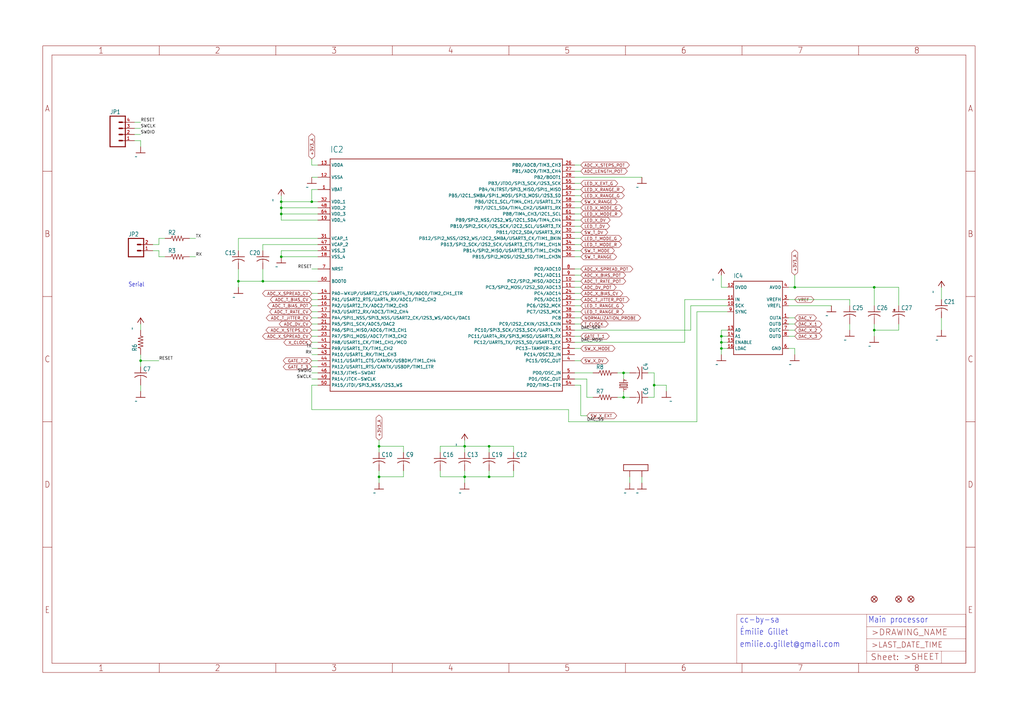
<source format=kicad_sch>
(kicad_sch (version 20211123) (generator eeschema)
  (paper "User" 425.45 299.161)
  (lib_symbols
    (symbol "marbles-eagle-import:+3V3" (power)
      (property "Value" "+3V3" (at -2.54 -5.08 90))
      (symbol "+3V3_1_0"
        (polyline (pts (xy 0 0) (xy -1.27 -1.905)) (stroke (width 0.254)))
        (polyline (pts (xy 1.27 -1.905) (xy 0 0)) (stroke (width 0.254)))
        (pin power_in line (at 0 -2.54 90) (length 2.54) (name "+3V3") (number "1"))
      )
    )
    (symbol "marbles-eagle-import:A3L-LOC"
      (symbol "A3L-LOC_1_0"
        (polyline (pts (xy 0 52.07) (xy 3.81 52.07)))
        (polyline (pts (xy 0 104.14) (xy 3.81 104.14)))
        (polyline (pts (xy 0 156.21) (xy 3.81 156.21)))
        (polyline (pts (xy 0 208.28) (xy 3.81 208.28)))
        (polyline (pts (xy 3.81 3.81) (xy 3.81 256.54)))
        (polyline (pts (xy 48.4188 0) (xy 48.4188 3.81)))
        (polyline (pts (xy 48.4188 256.54) (xy 48.4188 260.35)))
        (polyline (pts (xy 96.8375 0) (xy 96.8375 3.81)))
        (polyline (pts (xy 96.8375 256.54) (xy 96.8375 260.35)))
        (polyline (pts (xy 145.2563 0) (xy 145.2563 3.81)))
        (polyline (pts (xy 145.2563 256.54) (xy 145.2563 260.35)))
        (polyline (pts (xy 193.675 0) (xy 193.675 3.81)))
        (polyline (pts (xy 193.675 256.54) (xy 193.675 260.35)))
        (polyline (pts (xy 242.0938 0) (xy 242.0938 3.81)))
        (polyline (pts (xy 242.0938 256.54) (xy 242.0938 260.35)))
        (polyline (pts (xy 288.29 3.81) (xy 288.29 24.13)) (stroke (width 0.1016)))
        (polyline (pts (xy 288.29 3.81) (xy 342.265 3.81)) (stroke (width 0.1016)))
        (polyline (pts (xy 288.29 24.13) (xy 342.265 24.13)) (stroke (width 0.1016)))
        (polyline (pts (xy 290.5125 0) (xy 290.5125 3.81)))
        (polyline (pts (xy 290.5125 256.54) (xy 290.5125 260.35)))
        (polyline (pts (xy 338.9313 0) (xy 338.9313 3.81)))
        (polyline (pts (xy 338.9313 256.54) (xy 338.9313 260.35)))
        (polyline (pts (xy 342.265 3.81) (xy 373.38 3.81)) (stroke (width 0.1016)))
        (polyline (pts (xy 342.265 8.89) (xy 342.265 3.81)) (stroke (width 0.1016)))
        (polyline (pts (xy 342.265 8.89) (xy 342.265 13.97)) (stroke (width 0.1016)))
        (polyline (pts (xy 342.265 13.97) (xy 342.265 19.05)) (stroke (width 0.1016)))
        (polyline (pts (xy 342.265 13.97) (xy 383.54 13.97)) (stroke (width 0.1016)))
        (polyline (pts (xy 342.265 19.05) (xy 342.265 24.13)) (stroke (width 0.1016)))
        (polyline (pts (xy 342.265 19.05) (xy 383.54 19.05)) (stroke (width 0.1016)))
        (polyline (pts (xy 342.265 24.13) (xy 383.54 24.13)) (stroke (width 0.1016)))
        (polyline (pts (xy 373.38 3.81) (xy 373.38 8.89)) (stroke (width 0.1016)))
        (polyline (pts (xy 373.38 3.81) (xy 383.54 3.81)) (stroke (width 0.1016)))
        (polyline (pts (xy 373.38 8.89) (xy 342.265 8.89)) (stroke (width 0.1016)))
        (polyline (pts (xy 373.38 8.89) (xy 383.54 8.89)) (stroke (width 0.1016)))
        (polyline (pts (xy 383.54 3.81) (xy 3.81 3.81)))
        (polyline (pts (xy 383.54 3.81) (xy 383.54 8.89)) (stroke (width 0.1016)))
        (polyline (pts (xy 383.54 3.81) (xy 383.54 256.54)))
        (polyline (pts (xy 383.54 8.89) (xy 383.54 13.97)) (stroke (width 0.1016)))
        (polyline (pts (xy 383.54 13.97) (xy 383.54 19.05)) (stroke (width 0.1016)))
        (polyline (pts (xy 383.54 19.05) (xy 383.54 24.13)) (stroke (width 0.1016)))
        (polyline (pts (xy 383.54 52.07) (xy 387.35 52.07)))
        (polyline (pts (xy 383.54 104.14) (xy 387.35 104.14)))
        (polyline (pts (xy 383.54 156.21) (xy 387.35 156.21)))
        (polyline (pts (xy 383.54 208.28) (xy 387.35 208.28)))
        (polyline (pts (xy 383.54 256.54) (xy 3.81 256.54)))
        (polyline (pts (xy 0 0) (xy 387.35 0) (xy 387.35 260.35) (xy 0 260.35) (xy 0 0)))
        (text "1" (at 24.2094 1.905 0) (effects (font (size 2.54 2.286))))
        (text "1" (at 24.2094 258.445 0) (effects (font (size 2.54 2.286))))
        (text "2" (at 72.6281 1.905 0) (effects (font (size 2.54 2.286))))
        (text "2" (at 72.6281 258.445 0) (effects (font (size 2.54 2.286))))
        (text "3" (at 121.0469 1.905 0) (effects (font (size 2.54 2.286))))
        (text "3" (at 121.0469 258.445 0) (effects (font (size 2.54 2.286))))
        (text "4" (at 169.4656 1.905 0) (effects (font (size 2.54 2.286))))
        (text "4" (at 169.4656 258.445 0) (effects (font (size 2.54 2.286))))
        (text "5" (at 217.8844 1.905 0) (effects (font (size 2.54 2.286))))
        (text "5" (at 217.8844 258.445 0) (effects (font (size 2.54 2.286))))
        (text "6" (at 266.3031 1.905 0) (effects (font (size 2.54 2.286))))
        (text "6" (at 266.3031 258.445 0) (effects (font (size 2.54 2.286))))
        (text "7" (at 314.7219 1.905 0) (effects (font (size 2.54 2.286))))
        (text "7" (at 314.7219 258.445 0) (effects (font (size 2.54 2.286))))
        (text "8" (at 363.1406 1.905 0) (effects (font (size 2.54 2.286))))
        (text "8" (at 363.1406 258.445 0) (effects (font (size 2.54 2.286))))
        (text ">DRAWING_NAME" (at 344.17 15.24 0) (effects (font (size 2.54 2.54)) (justify left bottom)))
        (text ">LAST_DATE_TIME" (at 344.17 10.16 0) (effects (font (size 2.286 2.286)) (justify left bottom)))
        (text ">SHEET" (at 357.505 5.08 0) (effects (font (size 2.54 2.54)) (justify left bottom)))
        (text "A" (at 1.905 234.315 0) (effects (font (size 2.54 2.286))))
        (text "A" (at 385.445 234.315 0) (effects (font (size 2.54 2.286))))
        (text "B" (at 1.905 182.245 0) (effects (font (size 2.54 2.286))))
        (text "B" (at 385.445 182.245 0) (effects (font (size 2.54 2.286))))
        (text "C" (at 1.905 130.175 0) (effects (font (size 2.54 2.286))))
        (text "C" (at 385.445 130.175 0) (effects (font (size 2.54 2.286))))
        (text "D" (at 1.905 78.105 0) (effects (font (size 2.54 2.286))))
        (text "D" (at 385.445 78.105 0) (effects (font (size 2.54 2.286))))
        (text "E" (at 1.905 26.035 0) (effects (font (size 2.54 2.286))))
        (text "E" (at 385.445 26.035 0) (effects (font (size 2.54 2.286))))
        (text "Sheet:" (at 343.916 4.953 0) (effects (font (size 2.54 2.54)) (justify left bottom)))
      )
    )
    (symbol "marbles-eagle-import:C-USC0402"
      (property "Reference" "C" (at 1.016 0.635 0))
      (property "Value" "C-USC0402" (at 1.016 -4.191 0))
      (symbol "C-USC0402_1_0"
        (arc (start 0 -1.0161) (mid -1.302 -1.2303) (end -2.4668 -1.8504) (stroke (width 0.254)))
        (polyline (pts (xy -2.54 0) (xy 2.54 0)) (stroke (width 0.254)))
        (polyline (pts (xy 0 -1.016) (xy 0 -2.54)) (stroke (width 0.1524)))
        (arc (start 2.4892 -1.8542) (mid 1.3158 -1.2195) (end 0 -1) (stroke (width 0.254)))
        (pin passive line (at 0 2.54 270) (length 2.54) (name "1") (number "1"))
        (pin passive line (at 0 -5.08 90) (length 2.54) (name "2") (number "2"))
      )
    )
    (symbol "marbles-eagle-import:C-USC0805"
      (property "Reference" "C" (at 1.016 0.635 0))
      (property "Value" "C-USC0805" (at 1.016 -4.191 0))
      (symbol "C-USC0805_1_0"
        (arc (start 0 -1.0161) (mid -1.302 -1.2303) (end -2.4668 -1.8504) (stroke (width 0.254)))
        (polyline (pts (xy -2.54 0) (xy 2.54 0)) (stroke (width 0.254)))
        (polyline (pts (xy 0 -1.016) (xy 0 -2.54)) (stroke (width 0.1524)))
        (arc (start 2.4892 -1.8542) (mid 1.3158 -1.2195) (end 0 -1) (stroke (width 0.254)))
        (pin passive line (at 0 2.54 270) (length 2.54) (name "1") (number "1"))
        (pin passive line (at 0 -5.08 90) (length 2.54) (name "2") (number "2"))
      )
    )
    (symbol "marbles-eagle-import:CPOL-USC"
      (property "Reference" "C" (at 1.016 0.635 0))
      (property "Value" "CPOL-USC" (at 1.016 -4.191 0))
      (symbol "CPOL-USC_1_0"
        (rectangle (start -2.253 0.668) (end -1.364 0.795) (fill (type outline)))
        (rectangle (start -1.872 0.287) (end -1.745 1.176) (fill (type outline)))
        (arc (start 0 -1.0161) (mid -1.3021 -1.2302) (end -2.4669 -1.8504) (stroke (width 0.254)))
        (polyline (pts (xy -2.54 0) (xy 2.54 0)) (stroke (width 0.254)))
        (polyline (pts (xy 0 -1.016) (xy 0 -2.54)) (stroke (width 0.1524)))
        (arc (start 2.4892 -1.8542) (mid 1.3158 -1.2195) (end 0 -1) (stroke (width 0.254)))
        (pin passive line (at 0 2.54 270) (length 2.54) (name "+") (number "+"))
        (pin passive line (at 0 -5.08 90) (length 2.54) (name "-") (number "-"))
      )
    )
    (symbol "marbles-eagle-import:CRYSTAL"
      (symbol "CRYSTAL_1_0"
        (polyline (pts (xy -2.54 0) (xy -1.016 0)) (stroke (width 0.1524)))
        (polyline (pts (xy -1.016 1.778) (xy -1.016 -1.778)) (stroke (width 0.254)))
        (polyline (pts (xy -0.381 -1.524) (xy 0.381 -1.524)) (stroke (width 0.254)))
        (polyline (pts (xy -0.381 1.524) (xy -0.381 -1.524)) (stroke (width 0.254)))
        (polyline (pts (xy 0.381 -1.524) (xy 0.381 1.524)) (stroke (width 0.254)))
        (polyline (pts (xy 0.381 1.524) (xy -0.381 1.524)) (stroke (width 0.254)))
        (polyline (pts (xy 1.016 0) (xy 2.54 0)) (stroke (width 0.1524)))
        (polyline (pts (xy 1.016 1.778) (xy 1.016 -1.778)) (stroke (width 0.254)))
        (text "1" (at -2.159 -1.143 0) (effects (font (size 0.8636 0.734)) (justify left bottom)))
        (text "2" (at 1.524 -1.143 0) (effects (font (size 0.8636 0.734)) (justify left bottom)))
        (pin passive line (at -2.54 0 0) (length 0) (name "1") (number "1"))
        (pin passive line (at 2.54 0 180) (length 0) (name "2") (number "3"))
      )
      (symbol "CRYSTAL_2_0"
        (polyline (pts (xy -2.54 0) (xy 7.62 0)) (stroke (width 0.254)))
        (polyline (pts (xy -2.54 2.54) (xy -2.54 0)) (stroke (width 0.254)))
        (polyline (pts (xy 7.62 0) (xy 7.62 2.54)) (stroke (width 0.254)))
        (polyline (pts (xy 7.62 2.54) (xy -2.54 2.54)) (stroke (width 0.254)))
        (pin power_in line (at 0 -2.54 90) (length 2.54) (name "LID1") (number "2"))
        (pin power_in line (at 5.08 -2.54 90) (length 2.54) (name "LID2") (number "4"))
      )
    )
    (symbol "marbles-eagle-import:DAC8564"
      (property "Reference" "IC" (at -10.16 16.51 0))
      (property "Value" "DAC8564" (at -10.16 -17.78 0))
      (symbol "DAC8564_1_0"
        (polyline (pts (xy -10.16 -15.24) (xy 10.16 -15.24)) (stroke (width 0.254)))
        (polyline (pts (xy -10.16 15.24) (xy -10.16 -15.24)) (stroke (width 0.254)))
        (polyline (pts (xy 10.16 -15.24) (xy 10.16 15.24)) (stroke (width 0.254)))
        (polyline (pts (xy 10.16 15.24) (xy -10.16 15.24)) (stroke (width 0.254)))
        (pin output line (at 12.7 0 180) (length 2.54) (name "OUTA") (number "1"))
        (pin input line (at -12.7 5.08 0) (length 2.54) (name "SCK") (number "10"))
        (pin input line (at -12.7 7.62 0) (length 2.54) (name "IN") (number "11"))
        (pin power_in line (at -12.7 12.7 0) (length 2.54) (name "DVDD") (number "12"))
        (pin input line (at -12.7 -5.08 0) (length 2.54) (name "A0") (number "13"))
        (pin input line (at -12.7 -7.62 0) (length 2.54) (name "A1") (number "14"))
        (pin input line (at -12.7 -10.16 0) (length 2.54) (name "ENABLE") (number "15"))
        (pin input line (at -12.7 -12.7 0) (length 2.54) (name "LDAC") (number "16"))
        (pin output line (at 12.7 -2.54 180) (length 2.54) (name "OUTB") (number "2"))
        (pin bidirectional line (at 12.7 7.62 180) (length 2.54) (name "VREFH") (number "3"))
        (pin power_in line (at 12.7 12.7 180) (length 2.54) (name "AVDD") (number "4"))
        (pin bidirectional line (at 12.7 5.08 180) (length 2.54) (name "VREFL") (number "5"))
        (pin power_in line (at 12.7 -12.7 180) (length 2.54) (name "GND") (number "6"))
        (pin output line (at 12.7 -5.08 180) (length 2.54) (name "OUTC") (number "7"))
        (pin output line (at 12.7 -7.62 180) (length 2.54) (name "OUTD") (number "8"))
        (pin input line (at -12.7 2.54 0) (length 2.54) (name "SYNC") (number "9"))
      )
    )
    (symbol "marbles-eagle-import:FIDUCIAL1X2"
      (symbol "FIDUCIAL1X2_1_0"
        (polyline (pts (xy -0.762 0.762) (xy 0.762 -0.762)) (stroke (width 0.254)))
        (polyline (pts (xy 0.762 0.762) (xy -0.762 -0.762)) (stroke (width 0.254)))
        (circle (center 0 0) (radius 1.27) (stroke (width 0.254)))
      )
    )
    (symbol "marbles-eagle-import:GND" (power)
      (property "Value" "GND" (at -2.54 -2.54 0))
      (symbol "GND_1_0"
        (polyline (pts (xy -1.905 0) (xy 1.905 0)) (stroke (width 0.254)))
        (pin power_in line (at 0 2.54 270) (length 2.54) (name "GND") (number "1"))
      )
    )
    (symbol "marbles-eagle-import:M02PTH"
      (property "Reference" "JP" (at -2.54 5.842 0))
      (property "Value" "M02PTH" (at -2.54 -5.08 0))
      (symbol "M02PTH_1_0"
        (polyline (pts (xy -2.54 5.08) (xy -2.54 -2.54)) (stroke (width 0.4064)))
        (polyline (pts (xy -2.54 5.08) (xy 3.81 5.08)) (stroke (width 0.4064)))
        (polyline (pts (xy 1.27 0) (xy 2.54 0)) (stroke (width 0.6096)))
        (polyline (pts (xy 1.27 2.54) (xy 2.54 2.54)) (stroke (width 0.6096)))
        (polyline (pts (xy 3.81 -2.54) (xy -2.54 -2.54)) (stroke (width 0.4064)))
        (polyline (pts (xy 3.81 -2.54) (xy 3.81 5.08)) (stroke (width 0.4064)))
        (pin passive line (at 7.62 0 180) (length 5.08) (name "1") (number "1"))
        (pin passive line (at 7.62 2.54 180) (length 5.08) (name "2") (number "2"))
      )
    )
    (symbol "marbles-eagle-import:M04PTH"
      (property "Reference" "JP" (at -5.08 8.382 0))
      (property "Value" "M04PTH" (at -5.08 -7.62 0))
      (symbol "M04PTH_1_0"
        (polyline (pts (xy -5.08 7.62) (xy -5.08 -5.08)) (stroke (width 0.4064)))
        (polyline (pts (xy -5.08 7.62) (xy 1.27 7.62)) (stroke (width 0.4064)))
        (polyline (pts (xy -1.27 -2.54) (xy 0 -2.54)) (stroke (width 0.6096)))
        (polyline (pts (xy -1.27 0) (xy 0 0)) (stroke (width 0.6096)))
        (polyline (pts (xy -1.27 2.54) (xy 0 2.54)) (stroke (width 0.6096)))
        (polyline (pts (xy -1.27 5.08) (xy 0 5.08)) (stroke (width 0.6096)))
        (polyline (pts (xy 1.27 -5.08) (xy -5.08 -5.08)) (stroke (width 0.4064)))
        (polyline (pts (xy 1.27 -5.08) (xy 1.27 7.62)) (stroke (width 0.4064)))
        (pin passive line (at 5.08 -2.54 180) (length 5.08) (name "1") (number "1"))
        (pin passive line (at 5.08 0 180) (length 5.08) (name "2") (number "2"))
        (pin passive line (at 5.08 2.54 180) (length 5.08) (name "3") (number "3"))
        (pin passive line (at 5.08 5.08 180) (length 5.08) (name "4") (number "4"))
      )
    )
    (symbol "marbles-eagle-import:R-US_R0402"
      (property "Reference" "R" (at -3.81 1.4986 0))
      (property "Value" "R-US_R0402" (at -3.81 -3.302 0))
      (symbol "R-US_R0402_1_0"
        (polyline (pts (xy -2.54 0) (xy -2.159 1.016)) (stroke (width 0.2032)))
        (polyline (pts (xy -2.159 1.016) (xy -1.524 -1.016)) (stroke (width 0.2032)))
        (polyline (pts (xy -1.524 -1.016) (xy -0.889 1.016)) (stroke (width 0.2032)))
        (polyline (pts (xy -0.889 1.016) (xy -0.254 -1.016)) (stroke (width 0.2032)))
        (polyline (pts (xy -0.254 -1.016) (xy 0.381 1.016)) (stroke (width 0.2032)))
        (polyline (pts (xy 0.381 1.016) (xy 1.016 -1.016)) (stroke (width 0.2032)))
        (polyline (pts (xy 1.016 -1.016) (xy 1.651 1.016)) (stroke (width 0.2032)))
        (polyline (pts (xy 1.651 1.016) (xy 2.286 -1.016)) (stroke (width 0.2032)))
        (polyline (pts (xy 2.286 -1.016) (xy 2.54 0)) (stroke (width 0.2032)))
        (pin passive line (at -5.08 0 0) (length 2.54) (name "1") (number "1"))
        (pin passive line (at 5.08 0 180) (length 2.54) (name "2") (number "2"))
      )
    )
    (symbol "marbles-eagle-import:STM32F20X"
      (property "Reference" "IC" (at -48.26 50.8 0))
      (property "Value" "STM32F20X" (at -48.26 -53.34 0))
      (symbol "STM32F20X_1_0"
        (polyline (pts (xy -48.26 -48.26) (xy -48.26 48.26)) (stroke (width 0.254)))
        (polyline (pts (xy -48.26 48.26) (xy 48.26 48.26)) (stroke (width 0.254)))
        (polyline (pts (xy 48.26 -48.26) (xy -48.26 -48.26)) (stroke (width 0.254)))
        (polyline (pts (xy 48.26 48.26) (xy 48.26 -48.26)) (stroke (width 0.254)))
        (pin power_in line (at -53.34 35.56 0) (length 5.08) (name "VBAT") (number "1"))
        (pin bidirectional line (at 53.34 -2.54 180) (length 5.08) (name "PC2/SPI2_MISO/ADC12") (number "10"))
        (pin bidirectional line (at 53.34 -5.08 180) (length 5.08) (name "PC3/SPI2_MOSI/I2S2_SD/ADC13") (number "11"))
        (pin power_in line (at -53.34 40.64 0) (length 5.08) (name "VSSA") (number "12"))
        (pin power_in line (at -53.34 45.72 0) (length 5.08) (name "VDDA") (number "13"))
        (pin bidirectional line (at -53.34 -7.62 0) (length 5.08) (name "PA0-WKUP/USART2_CTS/UART4_TX/ADC0/TIM2_CH1_ETR") (number "14"))
        (pin bidirectional line (at -53.34 -10.16 0) (length 5.08) (name "PA1/USART2_RTS/UART4_RX/ADC1/TIM2_CH2") (number "15"))
        (pin bidirectional line (at -53.34 -12.7 0) (length 5.08) (name "PA2/USART2_TX/ADC2/TIM2_CH3") (number "16"))
        (pin bidirectional line (at -53.34 -15.24 0) (length 5.08) (name "PA3/USART2_RX/ADC3/TIM2_CH4") (number "17"))
        (pin power_in line (at -53.34 7.62 0) (length 5.08) (name "VSS_4") (number "18"))
        (pin power_in line (at -53.34 22.86 0) (length 5.08) (name "VDD_4") (number "19"))
        (pin bidirectional line (at 53.34 -30.48 180) (length 5.08) (name "PC13-TAMPER-RTC") (number "2"))
        (pin bidirectional line (at -53.34 -17.78 0) (length 5.08) (name "PA4/SPI1_NSS/SPI3_NSS/USART2_CK/I2S3_WS/ADC4/DAC1") (number "20"))
        (pin bidirectional line (at -53.34 -20.32 0) (length 5.08) (name "PA5/SPI1_SCK/ADC5/DAC2") (number "21"))
        (pin bidirectional line (at -53.34 -22.86 0) (length 5.08) (name "PA6/SPI1_MISO/ADC6/TIM3_CH1") (number "22"))
        (pin bidirectional line (at -53.34 -25.4 0) (length 5.08) (name "PA7/SPI1_MOSI/ADC7/TIM3_CH2") (number "23"))
        (pin bidirectional line (at 53.34 -7.62 180) (length 5.08) (name "PC4/ADC14") (number "24"))
        (pin bidirectional line (at 53.34 -10.16 180) (length 5.08) (name "PC5/ADC15") (number "25"))
        (pin bidirectional line (at 53.34 45.72 180) (length 5.08) (name "PB0/ADC8/TIM3_CH3") (number "26"))
        (pin bidirectional line (at 53.34 43.18 180) (length 5.08) (name "PB1/ADC9/TIM3_CH4") (number "27"))
        (pin bidirectional line (at 53.34 40.64 180) (length 5.08) (name "PB2/BOOT1") (number "28"))
        (pin bidirectional line (at 53.34 20.32 180) (length 5.08) (name "PB10/SPI2_SCK/I2S_SCK/I2C2_SCL/USART3_TX") (number "29"))
        (pin bidirectional line (at 53.34 -33.02 180) (length 5.08) (name "PC14/OSC32_IN") (number "3"))
        (pin bidirectional line (at 53.34 17.78 180) (length 5.08) (name "PB11/I2C2_SDA/USART3_RX") (number "30"))
        (pin power_in line (at -53.34 15.24 0) (length 5.08) (name "VCAP_1") (number "31"))
        (pin power_in line (at -53.34 30.48 0) (length 5.08) (name "VDD_1") (number "32"))
        (pin bidirectional line (at 53.34 15.24 180) (length 5.08) (name "PB12/SPI2_NSS/I2S2_WS/I2C2_SMBA/USART3_CK/TIM1_BKIN") (number "33"))
        (pin bidirectional line (at 53.34 12.7 180) (length 5.08) (name "PB13/SPI2_SCK/I2S2_SCK/USART3_CTS/TIM1_CH1N") (number "34"))
        (pin bidirectional line (at 53.34 10.16 180) (length 5.08) (name "PB14/SPI2_MISO/USART3_RTS/TIM1_CH2N") (number "35"))
        (pin bidirectional line (at 53.34 7.62 180) (length 5.08) (name "PB15/SPI2_MOSI/I2S2_SD/TIM1_CH3N") (number "36"))
        (pin bidirectional line (at 53.34 -12.7 180) (length 5.08) (name "PC6/I2S2_MCK") (number "37"))
        (pin bidirectional line (at 53.34 -15.24 180) (length 5.08) (name "PC7/I2S3_MCK") (number "38"))
        (pin bidirectional line (at 53.34 -17.78 180) (length 5.08) (name "PC8") (number "39"))
        (pin bidirectional line (at 53.34 -35.56 180) (length 5.08) (name "PC15/OSC_OUT") (number "4"))
        (pin bidirectional line (at 53.34 -20.32 180) (length 5.08) (name "PC9/I2S2_CKIN/I2S3_CKIN") (number "40"))
        (pin bidirectional line (at -53.34 -27.94 0) (length 5.08) (name "PA8/USART1_CK/TIM1_CH1/MCO") (number "41"))
        (pin bidirectional line (at -53.34 -30.48 0) (length 5.08) (name "PA9/USART1_TX/TIM1_CH2") (number "42"))
        (pin bidirectional line (at -53.34 -33.02 0) (length 5.08) (name "PA10/USART1_RX/TIM1_CH3") (number "43"))
        (pin bidirectional line (at -53.34 -35.56 0) (length 5.08) (name "PA11/USART1_CTS/CANRX/USBDM/TIM1_CH4") (number "44"))
        (pin bidirectional line (at -53.34 -38.1 0) (length 5.08) (name "PA12/USART1_RTS/CANTX/USBDP/TIM1_ETR") (number "45"))
        (pin bidirectional line (at -53.34 -40.64 0) (length 5.08) (name "PA13/JTMS-SWDAT") (number "46"))
        (pin power_in line (at -53.34 12.7 0) (length 5.08) (name "VCAP_2") (number "47"))
        (pin power_in line (at -53.34 27.94 0) (length 5.08) (name "VDD_2") (number "48"))
        (pin bidirectional line (at -53.34 -43.18 0) (length 5.08) (name "PA14/JTCK-SWCLK") (number "49"))
        (pin bidirectional line (at 53.34 -40.64 180) (length 5.08) (name "PD0/OSC_IN") (number "5"))
        (pin bidirectional line (at -53.34 -45.72 0) (length 5.08) (name "PA15/JTDI/SPI3_NSS/I2S3_WS") (number "50"))
        (pin bidirectional line (at 53.34 -22.86 180) (length 5.08) (name "PC10/SPI3_SCK/I2S3_SCK/UART4_TX") (number "51"))
        (pin bidirectional line (at 53.34 -25.4 180) (length 5.08) (name "PC11/UART4_RX/SPI3_MISO/USART3_RX") (number "52"))
        (pin bidirectional line (at 53.34 -27.94 180) (length 5.08) (name "PC12/UART5_TX/I2S3_SD/USART3_CK") (number "53"))
        (pin bidirectional line (at 53.34 -45.72 180) (length 5.08) (name "PD2/TIM3-ETR") (number "54"))
        (pin bidirectional line (at 53.34 38.1 180) (length 5.08) (name "PB3/JTDO/SPI3_SCK/I2S3_SCK") (number "55"))
        (pin bidirectional line (at 53.34 35.56 180) (length 5.08) (name "PB4/NJTRST/SPI3_MISO/SPI1_MISO") (number "56"))
        (pin bidirectional line (at 53.34 33.02 180) (length 5.08) (name "PB5/I2C1_SMBA/SPI1_MOSI/SPI3_MOSI/I2S3_SD") (number "57"))
        (pin bidirectional line (at 53.34 30.48 180) (length 5.08) (name "PB6/I2C1_SCL/TIM4_CH1/USART1_TX") (number "58"))
        (pin bidirectional line (at 53.34 27.94 180) (length 5.08) (name "PB7/I2C1_SDA/TIM4_CH2/USART1_RX") (number "59"))
        (pin bidirectional line (at 53.34 -43.18 180) (length 5.08) (name "PD1/OSC_OUT") (number "6"))
        (pin bidirectional line (at -53.34 -2.54 0) (length 5.08) (name "BOOT0") (number "60"))
        (pin bidirectional line (at 53.34 25.4 180) (length 5.08) (name "PB8/TIM4_CH3/I2C1_SCL") (number "61"))
        (pin bidirectional line (at 53.34 22.86 180) (length 5.08) (name "PB9/SPI2_NSS/I2S2_WS/I2C1_SDA/TIM4_CH4") (number "62"))
        (pin power_in line (at -53.34 10.16 0) (length 5.08) (name "VSS_3") (number "63"))
        (pin power_in line (at -53.34 25.4 0) (length 5.08) (name "VDD_3") (number "64"))
        (pin bidirectional line (at -53.34 2.54 0) (length 5.08) (name "NRST") (number "7"))
        (pin bidirectional line (at 53.34 2.54 180) (length 5.08) (name "PC0/ADC10") (number "8"))
        (pin bidirectional line (at 53.34 0 180) (length 5.08) (name "PC1/ADC11") (number "9"))
      )
    )
  )
  (junction (at 203.2 185.42))
  (junction (at 299.72 139.7))
  (junction (at 116.84 106.68))
  (junction (at 116.84 83.82))
  (junction (at 299.72 142.24))
  (junction (at 271.78 160.02))
  (junction (at 129.54 83.82))
  (junction (at 363.22 137.16))
  (junction (at 193.04 198.12))
  (junction (at 99.06 116.84))
  (junction (at 363.22 119.38))
  (junction (at 116.84 86.36))
  (junction (at 193.04 185.42))
  (junction (at 109.22 116.84))
  (junction (at 330.2 119.38))
  (junction (at 299.72 144.78))
  (junction (at 116.84 88.9))
  (junction (at 157.48 185.42))
  (junction (at 203.2 198.12))
  (junction (at 259.08 154.94))
  (junction (at 58.42 149.86))
  (junction (at 157.48 198.12))
  (junction (at 259.08 165.1))
  (wire (pts (xy 238.76 119.38) (xy 241.3 119.38)))
  (wire (pts (xy 129.54 78.74) (xy 129.54 83.82)))
  (wire (pts (xy 261.62 165.1) (xy 259.08 165.1)))
  (wire (pts (xy 132.08 139.7) (xy 129.54 139.7)))
  (wire (pts (xy 132.08 106.68) (xy 116.84 106.68)))
  (wire (pts (xy 129.54 111.76) (xy 132.08 111.76)))
  (wire (pts (xy 66.04 106.68) (xy 68.58 106.68)))
  (wire (pts (xy 327.66 127) (xy 345.44 127)))
  (wire (pts (xy 182.88 185.42) (xy 193.04 185.42)))
  (wire (pts (xy 157.48 182.88) (xy 157.48 185.42)))
  (wire (pts (xy 99.06 111.76) (xy 99.06 116.84)))
  (wire (pts (xy 363.22 127) (xy 363.22 119.38)))
  (wire (pts (xy 78.74 106.68) (xy 81.28 106.68)))
  (wire (pts (xy 132.08 142.24) (xy 129.54 142.24)))
  (wire (pts (xy 132.08 157.48) (xy 129.54 157.48)))
  (wire (pts (xy 299.72 144.78) (xy 302.26 144.78)))
  (wire (pts (xy 299.72 142.24) (xy 302.26 142.24)))
  (wire (pts (xy 259.08 165.1) (xy 259.08 162.56)))
  (wire (pts (xy 238.76 73.66) (xy 266.7 73.66)))
  (wire (pts (xy 289.56 175.26) (xy 289.56 129.54)))
  (wire (pts (xy 132.08 68.58) (xy 129.54 68.58)))
  (wire (pts (xy 109.22 104.14) (xy 109.22 101.6)))
  (wire (pts (xy 132.08 134.62) (xy 129.54 134.62)))
  (wire (pts (xy 238.76 86.36) (xy 241.3 86.36)))
  (wire (pts (xy 182.88 187.96) (xy 182.88 185.42)))
  (wire (pts (xy 132.08 121.92) (xy 129.54 121.92)))
  (wire (pts (xy 271.78 160.02) (xy 276.86 160.02)))
  (wire (pts (xy 58.42 149.86) (xy 58.42 152.4)))
  (wire (pts (xy 99.06 119.38) (xy 99.06 116.84)))
  (wire (pts (xy 238.76 68.58) (xy 241.3 68.58)))
  (wire (pts (xy 78.74 99.06) (xy 81.28 99.06)))
  (wire (pts (xy 353.06 134.62) (xy 353.06 137.16)))
  (wire (pts (xy 238.76 129.54) (xy 241.3 129.54)))
  (wire (pts (xy 213.36 198.12) (xy 213.36 195.58)))
  (wire (pts (xy 238.76 104.14) (xy 241.3 104.14)))
  (wire (pts (xy 299.72 142.24) (xy 299.72 144.78)))
  (wire (pts (xy 157.48 195.58) (xy 157.48 198.12)))
  (wire (pts (xy 238.76 154.94) (xy 246.38 154.94)))
  (wire (pts (xy 238.76 132.08) (xy 241.3 132.08)))
  (wire (pts (xy 58.42 58.42) (xy 58.42 60.96)))
  (wire (pts (xy 238.76 127) (xy 241.3 127)))
  (wire (pts (xy 58.42 147.32) (xy 58.42 149.86)))
  (wire (pts (xy 55.88 50.8) (xy 58.42 50.8)))
  (wire (pts (xy 271.78 165.1) (xy 269.24 165.1)))
  (wire (pts (xy 55.88 55.88) (xy 58.42 55.88)))
  (wire (pts (xy 363.22 119.38) (xy 373.38 119.38)))
  (wire (pts (xy 330.2 144.78) (xy 330.2 147.32)))
  (wire (pts (xy 132.08 137.16) (xy 129.54 137.16)))
  (wire (pts (xy 238.76 149.86) (xy 241.3 149.86)))
  (wire (pts (xy 327.66 137.16) (xy 330.2 137.16)))
  (wire (pts (xy 238.76 99.06) (xy 241.3 99.06)))
  (wire (pts (xy 55.88 58.42) (xy 58.42 58.42)))
  (wire (pts (xy 261.62 200.66) (xy 261.62 198.12)))
  (wire (pts (xy 99.06 104.14) (xy 99.06 99.06)))
  (wire (pts (xy 193.04 185.42) (xy 193.04 182.88)))
  (wire (pts (xy 238.76 81.28) (xy 241.3 81.28)))
  (wire (pts (xy 238.76 116.84) (xy 241.3 116.84)))
  (wire (pts (xy 238.76 91.44) (xy 241.3 91.44)))
  (wire (pts (xy 299.72 139.7) (xy 299.72 142.24)))
  (wire (pts (xy 243.84 165.1) (xy 246.38 165.1)))
  (wire (pts (xy 302.26 137.16) (xy 299.72 137.16)))
  (wire (pts (xy 193.04 195.58) (xy 193.04 198.12)))
  (wire (pts (xy 327.66 119.38) (xy 330.2 119.38)))
  (wire (pts (xy 55.88 53.34) (xy 58.42 53.34)))
  (wire (pts (xy 266.7 200.66) (xy 266.7 198.12)))
  (wire (pts (xy 193.04 187.96) (xy 193.04 185.42)))
  (wire (pts (xy 129.54 83.82) (xy 116.84 83.82)))
  (wire (pts (xy 391.16 119.38) (xy 391.16 124.46)))
  (wire (pts (xy 132.08 144.78) (xy 129.54 144.78)))
  (wire (pts (xy 213.36 185.42) (xy 213.36 187.96)))
  (wire (pts (xy 238.76 114.3) (xy 241.3 114.3)))
  (wire (pts (xy 132.08 73.66) (xy 129.54 73.66)))
  (wire (pts (xy 129.54 170.18) (xy 129.54 160.02)))
  (wire (pts (xy 284.48 124.46) (xy 302.26 124.46)))
  (wire (pts (xy 330.2 119.38) (xy 330.2 114.3)))
  (wire (pts (xy 287.02 127) (xy 302.26 127)))
  (wire (pts (xy 238.76 137.16) (xy 287.02 137.16)))
  (wire (pts (xy 203.2 185.42) (xy 203.2 187.96)))
  (wire (pts (xy 271.78 160.02) (xy 271.78 165.1)))
  (wire (pts (xy 256.54 165.1) (xy 259.08 165.1)))
  (wire (pts (xy 391.16 132.08) (xy 391.16 137.16)))
  (wire (pts (xy 259.08 154.94) (xy 259.08 157.48)))
  (wire (pts (xy 203.2 198.12) (xy 203.2 195.58)))
  (wire (pts (xy 327.66 134.62) (xy 330.2 134.62)))
  (wire (pts (xy 327.66 132.08) (xy 330.2 132.08)))
  (wire (pts (xy 58.42 160.02) (xy 58.42 162.56)))
  (wire (pts (xy 238.76 111.76) (xy 241.3 111.76)))
  (wire (pts (xy 238.76 88.9) (xy 241.3 88.9)))
  (wire (pts (xy 116.84 83.82) (xy 116.84 81.28)))
  (wire (pts (xy 238.76 93.98) (xy 241.3 93.98)))
  (wire (pts (xy 299.72 144.78) (xy 299.72 147.32)))
  (wire (pts (xy 373.38 119.38) (xy 373.38 127)))
  (wire (pts (xy 238.76 121.92) (xy 241.3 121.92)))
  (wire (pts (xy 287.02 137.16) (xy 287.02 127)))
  (wire (pts (xy 289.56 129.54) (xy 302.26 129.54)))
  (wire (pts (xy 116.84 104.14) (xy 116.84 106.68)))
  (wire (pts (xy 167.64 185.42) (xy 167.64 187.96)))
  (wire (pts (xy 363.22 137.16) (xy 363.22 139.7)))
  (wire (pts (xy 363.22 134.62) (xy 363.22 137.16)))
  (wire (pts (xy 238.76 78.74) (xy 241.3 78.74)))
  (wire (pts (xy 363.22 137.16) (xy 373.38 137.16)))
  (wire (pts (xy 238.76 76.2) (xy 241.3 76.2)))
  (wire (pts (xy 238.76 101.6) (xy 241.3 101.6)))
  (wire (pts (xy 327.66 144.78) (xy 330.2 144.78)))
  (wire (pts (xy 116.84 91.44) (xy 132.08 91.44)))
  (wire (pts (xy 238.76 142.24) (xy 284.48 142.24)))
  (wire (pts (xy 193.04 185.42) (xy 203.2 185.42)))
  (wire (pts (xy 302.26 139.7) (xy 299.72 139.7)))
  (wire (pts (xy 327.66 124.46) (xy 353.06 124.46)))
  (wire (pts (xy 116.84 86.36) (xy 116.84 88.9)))
  (wire (pts (xy 66.04 99.06) (xy 68.58 99.06)))
  (wire (pts (xy 132.08 127) (xy 129.54 127)))
  (wire (pts (xy 261.62 154.94) (xy 259.08 154.94)))
  (wire (pts (xy 132.08 152.4) (xy 129.54 152.4)))
  (wire (pts (xy 132.08 124.46) (xy 129.54 124.46)))
  (wire (pts (xy 66.04 101.6) (xy 66.04 99.06)))
  (wire (pts (xy 238.76 157.48) (xy 243.84 157.48)))
  (wire (pts (xy 157.48 185.42) (xy 157.48 187.96)))
  (wire (pts (xy 238.76 83.82) (xy 241.3 83.82)))
  (wire (pts (xy 132.08 154.94) (xy 129.54 154.94)))
  (wire (pts (xy 132.08 116.84) (xy 109.22 116.84)))
  (wire (pts (xy 132.08 104.14) (xy 116.84 104.14)))
  (wire (pts (xy 327.66 139.7) (xy 330.2 139.7)))
  (wire (pts (xy 129.54 68.58) (xy 129.54 66.04)))
  (wire (pts (xy 238.76 124.46) (xy 241.3 124.46)))
  (wire (pts (xy 256.54 154.94) (xy 259.08 154.94)))
  (wire (pts (xy 132.08 78.74) (xy 129.54 78.74)))
  (wire (pts (xy 99.06 116.84) (xy 109.22 116.84)))
  (wire (pts (xy 236.22 170.18) (xy 129.54 170.18)))
  (wire (pts (xy 236.22 175.26) (xy 236.22 170.18)))
  (wire (pts (xy 132.08 149.86) (xy 129.54 149.86)))
  (wire (pts (xy 58.42 134.62) (xy 58.42 137.16)))
  (wire (pts (xy 238.76 160.02) (xy 241.3 160.02)))
  (wire (pts (xy 299.72 114.3) (xy 299.72 119.38)))
  (wire (pts (xy 66.04 104.14) (xy 66.04 106.68)))
  (wire (pts (xy 284.48 142.24) (xy 284.48 124.46)))
  (wire (pts (xy 157.48 198.12) (xy 167.64 198.12)))
  (wire (pts (xy 58.42 149.86) (xy 66.04 149.86)))
  (wire (pts (xy 238.76 106.68) (xy 241.3 106.68)))
  (wire (pts (xy 243.84 157.48) (xy 243.84 165.1)))
  (wire (pts (xy 353.06 124.46) (xy 353.06 127)))
  (wire (pts (xy 167.64 198.12) (xy 167.64 195.58)))
  (wire (pts (xy 238.76 144.78) (xy 241.3 144.78)))
  (wire (pts (xy 299.72 119.38) (xy 302.26 119.38)))
  (wire (pts (xy 236.22 175.26) (xy 289.56 175.26)))
  (wire (pts (xy 373.38 137.16) (xy 373.38 134.62)))
  (wire (pts (xy 203.2 198.12) (xy 213.36 198.12)))
  (wire (pts (xy 63.5 101.6) (xy 66.04 101.6)))
  (wire (pts (xy 132.08 83.82) (xy 129.54 83.82)))
  (wire (pts (xy 269.24 154.94) (xy 271.78 154.94)))
  (wire (pts (xy 299.72 137.16) (xy 299.72 139.7)))
  (wire (pts (xy 193.04 198.12) (xy 203.2 198.12)))
  (wire (pts (xy 271.78 154.94) (xy 271.78 160.02)))
  (wire (pts (xy 116.84 88.9) (xy 116.84 91.44)))
  (wire (pts (xy 99.06 99.06) (xy 132.08 99.06)))
  (wire (pts (xy 109.22 101.6) (xy 132.08 101.6)))
  (wire (pts (xy 238.76 139.7) (xy 241.3 139.7)))
  (wire (pts (xy 182.88 195.58) (xy 182.88 198.12)))
  (wire (pts (xy 330.2 119.38) (xy 363.22 119.38)))
  (wire (pts (xy 238.76 134.62) (xy 241.3 134.62)))
  (wire (pts (xy 109.22 111.76) (xy 109.22 116.84)))
  (wire (pts (xy 241.3 172.72) (xy 243.84 172.72)))
  (wire (pts (xy 193.04 200.66) (xy 193.04 198.12)))
  (wire (pts (xy 157.48 185.42) (xy 167.64 185.42)))
  (wire (pts (xy 132.08 160.02) (xy 129.54 160.02)))
  (wire (pts (xy 238.76 71.12) (xy 241.3 71.12)))
  (wire (pts (xy 238.76 96.52) (xy 241.3 96.52)))
  (wire (pts (xy 116.84 83.82) (xy 116.84 86.36)))
  (wire (pts (xy 63.5 104.14) (xy 66.04 104.14)))
  (wire (pts (xy 132.08 129.54) (xy 129.54 129.54)))
  (wire (pts (xy 157.48 198.12) (xy 157.48 200.66)))
  (wire (pts (xy 132.08 147.32) (xy 129.54 147.32)))
  (wire (pts (xy 116.84 88.9) (xy 132.08 88.9)))
  (wire (pts (xy 182.88 198.12) (xy 193.04 198.12)))
  (wire (pts (xy 203.2 185.42) (xy 213.36 185.42)))
  (wire (pts (xy 116.84 86.36) (xy 132.08 86.36)))
  (wire (pts (xy 276.86 160.02) (xy 276.86 162.56)))
  (wire (pts (xy 132.08 132.08) (xy 129.54 132.08)))
  (wire (pts (xy 241.3 160.02) (xy 241.3 172.72)))
  (text "Serial" (at 53.34 119.38 180) (effects (font (size 1.778 1.5113)) (justify left bottom)))
  (text "emilie.o.gillet@gmail.com" (at 307.34 269.24 180) (effects (font (size 2.54 2.159)) (justify left bottom)))
  (text "cc-by-sa" (at 307.34 259.08 180) (effects (font (size 2.54 2.159)) (justify left bottom)))
  (text "Main processor" (at 360.68 259.08 180) (effects (font (size 2.54 2.159)) (justify left bottom)))
  (text "Émilie Gillet" (at 307.34 264.16 180) (effects (font (size 2.54 2.159)) (justify left bottom)))
  (label "SWDIO" (at 58.42 55.88 0) (effects (font (size 1.2446 1.2446))))
  (label "TX" (at 129.54 144.78 180) (effects (font (size 1.2446 1.2446))))
  (label "SWCLK" (at 129.54 157.48 180) (effects (font (size 1.2446 1.2446))))
  (label "DAC_MOSI" (at 241.3 142.24 0) (effects (font (size 1.2446 1.2446))))
  (label "RX" (at 81.28 106.68 0) (effects (font (size 1.2446 1.2446))))
  (label "DAC_SS" (at 243.84 175.26 0) (effects (font (size 1.2446 1.2446))))
  (label "RESET" (at 66.04 149.86 0) (effects (font (size 1.2446 1.2446))))
  (label "SWDIO" (at 129.54 154.94 180) (effects (font (size 1.2446 1.2446))))
  (label "RESET" (at 129.54 111.76 180) (effects (font (size 1.2446 1.2446))))
  (label "TX" (at 81.28 99.06 0) (effects (font (size 1.2446 1.2446))))
  (label "SWCLK" (at 58.42 53.34 0) (effects (font (size 1.2446 1.2446))))
  (label "DAC_SCK" (at 241.3 137.16 0) (effects (font (size 1.2446 1.2446))))
  (label "RX" (at 129.54 147.32 180) (effects (font (size 1.2446 1.2446))))
  (label "RESET" (at 58.42 50.8 0) (effects (font (size 1.2446 1.2446))))
  (global_label "ADC_X_SPREAD_CV" (shape bidirectional) (at 129.54 121.92 180) (effects (font (size 1.2446 1.2446))) (property "Intersheet References" "${INTERSHEET_REFS}" (effects hide)))
  (global_label "DAC_X_2" (shape bidirectional) (at 330.2 137.16 0) (effects (font (size 1.2446 1.2446))) (property "Intersheet References" "${INTERSHEET_REFS}" (effects hide)))
  (global_label "+3V3_A" (shape bidirectional) (at 157.48 182.88 90) (effects (font (size 1.2446 1.2446))) (property "Intersheet References" "${INTERSHEET_REFS}" (effects hide)))
  (global_label "ADC_T_BIAS_CV" (shape bidirectional) (at 129.54 124.46 180) (effects (font (size 1.2446 1.2446))) (property "Intersheet References" "${INTERSHEET_REFS}" (effects hide)))
  (global_label "ADC_X_BIAS_POT" (shape bidirectional) (at 241.3 114.3 0) (effects (font (size 1.2446 1.2446))) (property "Intersheet References" "${INTERSHEET_REFS}" (effects hide)))
  (global_label "DAC_X_3" (shape bidirectional) (at 330.2 139.7 0) (effects (font (size 1.2446 1.2446))) (property "Intersheet References" "${INTERSHEET_REFS}" (effects hide)))
  (global_label "ADC_X_STEPS_CV" (shape bidirectional) (at 129.54 137.16 180) (effects (font (size 1.2446 1.2446))) (property "Intersheet References" "${INTERSHEET_REFS}" (effects hide)))
  (global_label "GATE_T_3" (shape bidirectional) (at 129.54 152.4 180) (effects (font (size 1.2446 1.2446))) (property "Intersheet References" "${INTERSHEET_REFS}" (effects hide)))
  (global_label "LED_X_RANGE_G" (shape bidirectional) (at 241.3 81.28 0) (effects (font (size 1.2446 1.2446))) (property "Intersheet References" "${INTERSHEET_REFS}" (effects hide)))
  (global_label "SW_X_EXT" (shape bidirectional) (at 243.84 172.72 0) (effects (font (size 1.2446 1.2446))) (property "Intersheet References" "${INTERSHEET_REFS}" (effects hide)))
  (global_label "DAC_X_1" (shape bidirectional) (at 330.2 134.62 0) (effects (font (size 1.2446 1.2446))) (property "Intersheet References" "${INTERSHEET_REFS}" (effects hide)))
  (global_label "ADC_DV_POT" (shape bidirectional) (at 241.3 119.38 0) (effects (font (size 1.2446 1.2446))) (property "Intersheet References" "${INTERSHEET_REFS}" (effects hide)))
  (global_label "LED_X_EXT_G" (shape bidirectional) (at 241.3 76.2 0) (effects (font (size 1.2446 1.2446))) (property "Intersheet References" "${INTERSHEET_REFS}" (effects hide)))
  (global_label "LED_X_MODE_G" (shape bidirectional) (at 241.3 86.36 0) (effects (font (size 1.2446 1.2446))) (property "Intersheet References" "${INTERSHEET_REFS}" (effects hide)))
  (global_label "SW_T_MODE" (shape bidirectional) (at 241.3 104.14 0) (effects (font (size 1.2446 1.2446))) (property "Intersheet References" "${INTERSHEET_REFS}" (effects hide)))
  (global_label "ADC_T_BIAS_POT" (shape bidirectional) (at 129.54 127 180) (effects (font (size 1.2446 1.2446))) (property "Intersheet References" "${INTERSHEET_REFS}" (effects hide)))
  (global_label "SW_X_DV" (shape bidirectional) (at 241.3 149.86 0) (effects (font (size 1.2446 1.2446))) (property "Intersheet References" "${INTERSHEET_REFS}" (effects hide)))
  (global_label "SW_X_MODE" (shape bidirectional) (at 241.3 144.78 0) (effects (font (size 1.2446 1.2446))) (property "Intersheet References" "${INTERSHEET_REFS}" (effects hide)))
  (global_label "LED_T_MODE_R" (shape bidirectional) (at 241.3 101.6 0) (effects (font (size 1.2446 1.2446))) (property "Intersheet References" "${INTERSHEET_REFS}" (effects hide)))
  (global_label "SW_T_DV" (shape bidirectional) (at 241.3 96.52 0) (effects (font (size 1.2446 1.2446))) (property "Intersheet References" "${INTERSHEET_REFS}" (effects hide)))
  (global_label "SW_X_RANGE" (shape bidirectional) (at 241.3 83.82 0) (effects (font (size 1.2446 1.2446))) (property "Intersheet References" "${INTERSHEET_REFS}" (effects hide)))
  (global_label "LED_X_DV" (shape bidirectional) (at 241.3 91.44 0) (effects (font (size 1.2446 1.2446))) (property "Intersheet References" "${INTERSHEET_REFS}" (effects hide)))
  (global_label "ADC_T_RATE_POT" (shape bidirectional) (at 241.3 116.84 0) (effects (font (size 1.2446 1.2446))) (property "Intersheet References" "${INTERSHEET_REFS}" (effects hide)))
  (global_label "+3V3_A" (shape bidirectional) (at 129.54 66.04 90) (effects (font (size 1.2446 1.2446))) (property "Intersheet References" "${INTERSHEET_REFS}" (effects hide)))
  (global_label "GATE_T_1" (shape bidirectional) (at 241.3 139.7 0) (effects (font (size 1.2446 1.2446))) (property "Intersheet References" "${INTERSHEET_REFS}" (effects hide)))
  (global_label "ADC_X_STEPS_POT" (shape bidirectional) (at 241.3 68.58 0) (effects (font (size 1.2446 1.2446))) (property "Intersheet References" "${INTERSHEET_REFS}" (effects hide)))
  (global_label "DAC_Y" (shape bidirectional) (at 330.2 132.08 0) (effects (font (size 1.2446 1.2446))) (property "Intersheet References" "${INTERSHEET_REFS}" (effects hide)))
  (global_label "ADC_T_RATE_CV" (shape bidirectional) (at 129.54 129.54 180) (effects (font (size 1.2446 1.2446))) (property "Intersheet References" "${INTERSHEET_REFS}" (effects hide)))
  (global_label "+3V3_A" (shape bidirectional) (at 330.2 114.3 90) (effects (font (size 1.2446 1.2446))) (property "Intersheet References" "${INTERSHEET_REFS}" (effects hide)))
  (global_label "GATE_T_2" (shape bidirectional) (at 129.54 149.86 180) (effects (font (size 1.2446 1.2446))) (property "Intersheet References" "${INTERSHEET_REFS}" (effects hide)))
  (global_label "ADC_X_SPREAD_CV" (shape bidirectional) (at 129.54 139.7 180) (effects (font (size 1.2446 1.2446))) (property "Intersheet References" "${INTERSHEET_REFS}" (effects hide)))
  (global_label "LED_X_RANGE_R" (shape bidirectional) (at 241.3 78.74 0) (effects (font (size 1.2446 1.2446))) (property "Intersheet References" "${INTERSHEET_REFS}" (effects hide)))
  (global_label "ADC_DV_CV" (shape bidirectional) (at 129.54 134.62 180) (effects (font (size 1.2446 1.2446))) (property "Intersheet References" "${INTERSHEET_REFS}" (effects hide)))
  (global_label "VREF" (shape bidirectional) (at 330.2 124.46 0) (effects (font (size 1.2446 1.2446))) (property "Intersheet References" "${INTERSHEET_REFS}" (effects hide)))
  (global_label "ADC_LENGTH_POT" (shape bidirectional) (at 241.3 71.12 0) (effects (font (size 1.2446 1.2446))) (property "Intersheet References" "${INTERSHEET_REFS}" (effects hide)))
  (global_label "LED_X_MODE_R" (shape bidirectional) (at 241.3 88.9 0) (effects (font (size 1.2446 1.2446))) (property "Intersheet References" "${INTERSHEET_REFS}" (effects hide)))
  (global_label "X_CLOCK" (shape bidirectional) (at 129.54 142.24 180) (effects (font (size 1.2446 1.2446))) (property "Intersheet References" "${INTERSHEET_REFS}" (effects hide)))
  (global_label "ADC_T_JITTER_POT" (shape bidirectional) (at 241.3 124.46 0) (effects (font (size 1.2446 1.2446))) (property "Intersheet References" "${INTERSHEET_REFS}" (effects hide)))
  (global_label "LED_T_DV" (shape bidirectional) (at 241.3 93.98 0) (effects (font (size 1.2446 1.2446))) (property "Intersheet References" "${INTERSHEET_REFS}" (effects hide)))
  (global_label "LED_T_RANGE_G" (shape bidirectional) (at 241.3 127 0) (effects (font (size 1.2446 1.2446))) (property "Intersheet References" "${INTERSHEET_REFS}" (effects hide)))
  (global_label "LED_T_MODE_G" (shape bidirectional) (at 241.3 99.06 0) (effects (font (size 1.2446 1.2446))) (property "Intersheet References" "${INTERSHEET_REFS}" (effects hide)))
  (global_label "T_CLOCK" (shape bidirectional) (at 241.3 134.62 0) (effects (font (size 1.2446 1.2446))) (property "Intersheet References" "${INTERSHEET_REFS}" (effects hide)))
  (global_label "LED_T_RANGE_R" (shape bidirectional) (at 241.3 129.54 0) (effects (font (size 1.2446 1.2446))) (property "Intersheet References" "${INTERSHEET_REFS}" (effects hide)))
  (global_label "NORMALIZATION_PROBE" (shape bidirectional) (at 241.3 132.08 0) (effects (font (size 1.2446 1.2446))) (property "Intersheet References" "${INTERSHEET_REFS}" (effects hide)))
  (global_label "SW_T_RANGE" (shape bidirectional) (at 241.3 106.68 0) (effects (font (size 1.2446 1.2446))) (property "Intersheet References" "${INTERSHEET_REFS}" (effects hide)))
  (global_label "ADC_X_BIAS_CV" (shape bidirectional) (at 241.3 121.92 0) (effects (font (size 1.2446 1.2446))) (property "Intersheet References" "${INTERSHEET_REFS}" (effects hide)))
  (global_label "ADC_T_JITTER_CV" (shape bidirectional) (at 129.54 132.08 180) (effects (font (size 1.2446 1.2446))) (property "Intersheet References" "${INTERSHEET_REFS}" (effects hide)))
  (global_label "ADC_X_SPREAD_POT" (shape bidirectional) (at 241.3 111.76 0) (effects (font (size 1.2446 1.2446))) (property "Intersheet References" "${INTERSHEET_REFS}" (effects hide)))
  (symbol (lib_id "marbles-eagle-import:C-USC0402") (at 363.22 129.54 0) (unit 1)
    (property "Reference" "C26" (at 364.236 128.905 0) (effects (font (size 1.778 1.5113)) (justify left bottom)))
  )
  (symbol (lib_id "marbles-eagle-import:C-USC0402") (at 266.7 154.94 270) (mirror x) (unit 1)
    (property "Reference" "C4" (at 267.335 153.924 0) (effects (font (size 1.778 1.5113)) (justify left bottom)))
  )
  (symbol (lib_id "marbles-eagle-import:C-USC0402") (at 203.2 190.5 0) (unit 1)
    (property "Reference" "C19" (at 204.216 189.865 0) (effects (font (size 1.778 1.5113)) (justify left bottom)))
  )
  (symbol (lib_id "marbles-eagle-import:C-USC0402") (at 58.42 154.94 0) (unit 1)
    (property "Reference" "C7" (at 59.436 154.305 0) (effects (font (size 1.778 1.5113)) (justify left bottom)))
  )
  (symbol (lib_id "marbles-eagle-import:C-USC0805") (at 99.06 106.68 0) (mirror y) (unit 1)
    (property "Reference" "C15" (at 98.044 106.045 0) (effects (font (size 1.778 1.5113)) (justify left bottom)))
  )
  (symbol (lib_id "marbles-eagle-import:C-USC0402") (at 266.7 165.1 270) (mirror x) (unit 1)
    (property "Reference" "C6" (at 267.335 164.084 0) (effects (font (size 1.778 1.5113)) (justify left bottom)))
  )
  (symbol (lib_id "marbles-eagle-import:GND") (at 266.7 203.2 0) (unit 1)
    (property "Reference" "#GND102" (effects hide))
  )
  (symbol (lib_id "marbles-eagle-import:A3L-LOC") (at 17.78 279.4 0) (unit 1)
    (property "Reference" "#FRAME3" (effects hide))
  )
  (symbol (lib_id "marbles-eagle-import:FIDUCIAL1X2") (at 373.38 248.92 0) (unit 1)
    (property "Reference" "F3" (effects hide))
  )
  (symbol (lib_id "marbles-eagle-import:GND") (at 193.04 203.2 0) (unit 1)
    (property "Reference" "#GND5" (effects hide))
  )
  (symbol (lib_id "marbles-eagle-import:C-USC0402") (at 213.36 190.5 0) (unit 1)
    (property "Reference" "C12" (at 214.376 189.865 0) (effects (font (size 1.778 1.5113)) (justify left bottom)))
  )
  (symbol (lib_id "marbles-eagle-import:R-US_R0402") (at 73.66 99.06 0) (unit 1)
    (property "Reference" "R2" (at 69.85 97.5614 0) (effects (font (size 1.778 1.5113)) (justify left bottom)))
  )
  (symbol (lib_id "marbles-eagle-import:DAC8564") (at 314.96 132.08 0) (unit 1)
    (property "Reference" "IC4" (at 304.8 115.57 0) (effects (font (size 1.778 1.5113)) (justify left bottom)))
  )
  (symbol (lib_id "marbles-eagle-import:M02PTH") (at 55.88 104.14 0) (unit 1)
    (property "Reference" "JP2" (at 53.34 98.298 0) (effects (font (size 1.778 1.5113)) (justify left bottom)))
  )
  (symbol (lib_id "marbles-eagle-import:GND") (at 276.86 165.1 0) (mirror y) (unit 1)
    (property "Reference" "#GND56" (effects hide))
  )
  (symbol (lib_id "marbles-eagle-import:C-USC0402") (at 353.06 129.54 0) (unit 1)
    (property "Reference" "C25" (at 354.076 128.905 0) (effects (font (size 1.778 1.5113)) (justify left bottom)))
  )
  (symbol (lib_id "marbles-eagle-import:R-US_R0402") (at 251.46 165.1 0) (unit 1)
    (property "Reference" "R7" (at 247.65 163.6014 0) (effects (font (size 1.778 1.5113)) (justify left bottom)))
  )
  (symbol (lib_id "marbles-eagle-import:R-US_R0402") (at 251.46 154.94 0) (unit 1)
    (property "Reference" "R8" (at 247.65 153.4414 0) (effects (font (size 1.778 1.5113)) (justify left bottom)))
  )
  (symbol (lib_id "marbles-eagle-import:FIDUCIAL1X2") (at 378.46 248.92 0) (unit 1)
    (property "Reference" "F1" (effects hide))
  )
  (symbol (lib_id "marbles-eagle-import:GND") (at 353.06 139.7 0) (unit 1)
    (property "Reference" "#GND44" (effects hide))
  )
  (symbol (lib_id "marbles-eagle-import:C-USC0805") (at 157.48 190.5 0) (unit 1)
    (property "Reference" "C10" (at 158.496 189.865 0) (effects (font (size 1.778 1.5113)) (justify left bottom)))
  )
  (symbol (lib_id "marbles-eagle-import:C-USC0805") (at 109.22 106.68 0) (mirror y) (unit 1)
    (property "Reference" "C20" (at 108.204 106.045 0) (effects (font (size 1.778 1.5113)) (justify left bottom)))
  )
  (symbol (lib_id "marbles-eagle-import:STM32F20X") (at 185.42 114.3 0) (unit 1)
    (property "Reference" "IC2" (at 137.16 63.5 0) (effects (font (size 2.54 2.159)) (justify left bottom)))
  )
  (symbol (lib_id "marbles-eagle-import:R-US_R0402") (at 73.66 106.68 0) (unit 1)
    (property "Reference" "R3" (at 69.85 105.1814 0) (effects (font (size 1.778 1.5113)) (justify left bottom)))
  )
  (symbol (lib_id "marbles-eagle-import:FIDUCIAL1X2") (at 363.22 248.92 0) (unit 1)
    (property "Reference" "F2" (effects hide))
  )
  (symbol (lib_id "marbles-eagle-import:GND") (at 266.7 76.2 0) (unit 1)
    (property "Reference" "#GND57" (effects hide))
  )
  (symbol (lib_id "marbles-eagle-import:C-USC0402") (at 193.04 190.5 0) (unit 1)
    (property "Reference" "C13" (at 194.056 189.865 0) (effects (font (size 1.778 1.5113)) (justify left bottom)))
  )
  (symbol (lib_id "marbles-eagle-import:GND") (at 345.44 129.54 0) (unit 1)
    (property "Reference" "#GND41" (effects hide))
  )
  (symbol (lib_id "marbles-eagle-import:CPOL-USC") (at 373.38 129.54 0) (unit 1)
    (property "Reference" "C27" (at 374.396 128.905 0) (effects (font (size 1.778 1.5113)) (justify left bottom)))
  )
  (symbol (lib_id "marbles-eagle-import:GND") (at 58.42 165.1 0) (unit 1)
    (property "Reference" "#GND99" (effects hide))
  )
  (symbol (lib_id "marbles-eagle-import:GND") (at 363.22 142.24 0) (unit 1)
    (property "Reference" "#GND19" (effects hide))
  )
  (symbol (lib_id "marbles-eagle-import:GND") (at 58.42 63.5 0) (unit 1)
    (property "Reference" "#GND101" (effects hide))
  )
  (symbol (lib_id "marbles-eagle-import:CRYSTAL") (at 259.08 160.02 90) (unit 1)
    (property "Reference" "Q1" (effects hide))
  )
  (symbol (lib_id "marbles-eagle-import:GND") (at 299.72 149.86 0) (unit 1)
    (property "Reference" "#GND43" (effects hide))
  )
  (symbol (lib_id "marbles-eagle-import:C-USC0402") (at 391.16 127 0) (unit 1)
    (property "Reference" "C21" (at 392.176 126.365 0) (effects (font (size 1.778 1.5113)) (justify left bottom)))
  )
  (symbol (lib_id "marbles-eagle-import:+3V3") (at 193.04 180.34 0) (unit 1)
    (property "Reference" "#+3V8" (effects hide))
  )
  (symbol (lib_id "marbles-eagle-import:+3V3") (at 299.72 111.76 0) (unit 1)
    (property "Reference" "#+3V10" (effects hide))
  )
  (symbol (lib_id "marbles-eagle-import:GND") (at 157.48 203.2 0) (unit 1)
    (property "Reference" "#GND65" (effects hide))
  )
  (symbol (lib_id "marbles-eagle-import:C-USC0402") (at 167.64 190.5 0) (unit 1)
    (property "Reference" "C9" (at 168.656 189.865 0) (effects (font (size 1.778 1.5113)) (justify left bottom)))
  )
  (symbol (lib_id "marbles-eagle-import:GND") (at 129.54 76.2 0) (unit 1)
    (property "Reference" "#GND23" (effects hide))
  )
  (symbol (lib_id "marbles-eagle-import:M04PTH") (at 50.8 55.88 0) (unit 1)
    (property "Reference" "JP1" (at 45.72 47.498 0) (effects (font (size 1.778 1.5113)) (justify left bottom)))
  )
  (symbol (lib_id "marbles-eagle-import:+3V3") (at 391.16 116.84 0) (unit 1)
    (property "Reference" "#+3V5" (effects hide))
  )
  (symbol (lib_id "marbles-eagle-import:C-USC0402") (at 182.88 190.5 0) (unit 1)
    (property "Reference" "C16" (at 183.896 189.865 0) (effects (font (size 1.778 1.5113)) (justify left bottom)))
  )
  (symbol (lib_id "marbles-eagle-import:+3V3") (at 58.42 132.08 0) (unit 1)
    (property "Reference" "#+3V2" (effects hide))
  )
  (symbol (lib_id "marbles-eagle-import:+3V3") (at 116.84 78.74 0) (unit 1)
    (property "Reference" "#+3V13" (effects hide))
  )
  (symbol (lib_id "marbles-eagle-import:GND") (at 261.62 203.2 0) (unit 1)
    (property "Reference" "#GND67" (effects hide))
  )
  (symbol (lib_id "marbles-eagle-import:GND") (at 99.06 121.92 0) (unit 1)
    (property "Reference" "#GND55" (effects hide))
  )
  (symbol (lib_id "marbles-eagle-import:CRYSTAL") (at 261.62 195.58 0) (unit 2)
    (property "Reference" "Q1" (effects hide))
  )
  (symbol (lib_id "marbles-eagle-import:GND") (at 116.84 109.22 0) (unit 1)
    (property "Reference" "#GND40" (effects hide))
  )
  (symbol (lib_id "marbles-eagle-import:GND") (at 330.2 149.86 0) (unit 1)
    (property "Reference" "#GND37" (effects hide))
  )
  (symbol (lib_id "marbles-eagle-import:GND") (at 391.16 139.7 0) (unit 1)
    (property "Reference" "#GND18" (effects hide))
  )
  (symbol (lib_id "marbles-eagle-import:R-US_R0402") (at 58.42 142.24 90) (unit 1)
    (property "Reference" "R6" (at 56.9214 146.05 0) (effects (font (size 1.778 1.5113)) (justify left bottom)))
  )
)
</source>
